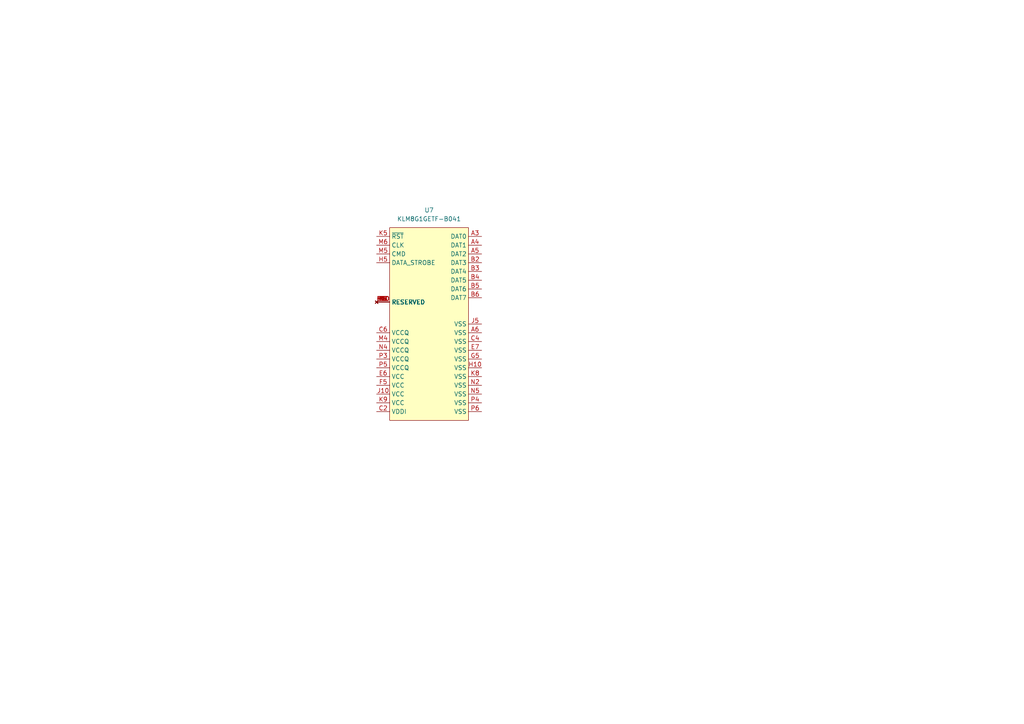
<source format=kicad_sch>
(kicad_sch (version 20250114) (generator "eeschema") (generator_version "9.0")
  (paper "A4")
  (lib_symbols
    (symbol "Memory_EMMC:KLM8G1GETF-B041-Samsung"
      (property "Reference" "U" (at 0 32.512 0))
      (property "Value" "KLM8G1GETF-B041" (at 0 29.972 0))
      (symbol "KLM8G1GETF-B041-Samsung_1_1"
        (rectangle (start -11.43 27.94) (end 11.43 -27.94) (fill (type background)))
        (pin input line (at -15.24 25.4 0) (length 3.81) (name "~{RST}") (number "K5"))
        (pin input line (at -15.24 22.86 0) (length 3.81) (name "CLK") (number "M6"))
        (pin input line (at -15.24 20.32 0) (length 3.81) (name "CMD") (number "M5"))
        (pin input line (at -15.24 17.78 0) (length 3.81) (name "DATA_STROBE") (number "H5"))
        (pin no_connect line (at -15.24 6.35 0) (length 3.81) (name "RESERVED") (number "A7"))
        (pin no_connect line (at -15.24 6.35 0) (length 3.81) (name "RESERVED") (number "E10"))
        (pin no_connect line (at -15.24 6.35 0) (length 3.81) (name "RESERVED") (number "E5"))
        (pin no_connect line (at -15.24 6.35 0) (length 3.81) (name "RESERVED") (number "E8"))
        (pin no_connect line (at -15.24 6.35 0) (length 3.81) (name "RESERVED") (number "E9"))
        (pin no_connect line (at -15.24 6.35 0) (length 3.81) (name "RESERVED") (number "F10"))
        (pin no_connect line (at -15.24 6.35 0) (length 3.81) (name "RESERVED") (number "G10"))
        (pin no_connect line (at -15.24 6.35 0) (length 3.81) (name "RESERVED") (number "G3"))
        (pin no_connect line (at -15.24 6.35 0) (length 3.81) (name "RESERVED") (number "K10"))
        (pin no_connect line (at -15.24 6.35 0) (length 3.81) (name "RESERVED") (number "K6"))
        (pin no_connect line (at -15.24 6.35 0) (length 3.81) (name "RESERVED") (number "K7"))
        (pin no_connect line (at -15.24 6.35 0) (length 3.81) (name "RESERVED") (number "P10"))
        (pin no_connect line (at -15.24 6.35 0) (length 3.81) (name "RESERVED") (number "P7"))
        (pin no_connect line (at -15.24 3.81 0) (length 3.81) (hide yes) (name "NC") (number "A1"))
        (pin no_connect line (at -15.24 3.81 0) (length 3.81) (hide yes) (name "NC") (number "A10"))
        (pin no_connect line (at -15.24 3.81 0) (length 3.81) (hide yes) (name "NC") (number "A11"))
        (pin no_connect line (at -15.24 3.81 0) (length 3.81) (hide yes) (name "NC") (number "A12"))
        (pin no_connect line (at -15.24 3.81 0) (length 3.81) (hide yes) (name "NC") (number "A13"))
        (pin no_connect line (at -15.24 3.81 0) (length 3.81) (hide yes) (name "NC") (number "A14"))
        (pin no_connect line (at -15.24 3.81 0) (length 3.81) (hide yes) (name "NC") (number "A2"))
        (pin no_connect line (at -15.24 3.81 0) (length 3.81) (hide yes) (name "NC") (number "A8"))
        (pin no_connect line (at -15.24 3.81 0) (length 3.81) (hide yes) (name "NC") (number "A9"))
        (pin no_connect line (at -15.24 3.81 0) (length 3.81) (hide yes) (name "NC") (number "B1"))
        (pin no_connect line (at -15.24 3.81 0) (length 3.81) (hide yes) (name "NC") (number "B10"))
        (pin no_connect line (at -15.24 3.81 0) (length 3.81) (hide yes) (name "NC") (number "B11"))
        (pin no_connect line (at -15.24 3.81 0) (length 3.81) (hide yes) (name "NC") (number "B12"))
        (pin no_connect line (at -15.24 3.81 0) (length 3.81) (hide yes) (name "NC") (number "B13"))
        (pin no_connect line (at -15.24 3.81 0) (length 3.81) (hide yes) (name "NC") (number "B14"))
        (pin no_connect line (at -15.24 3.81 0) (length 3.81) (hide yes) (name "NC") (number "B7"))
        (pin no_connect line (at -15.24 3.81 0) (length 3.81) (hide yes) (name "NC") (number "B8"))
        (pin no_connect line (at -15.24 3.81 0) (length 3.81) (hide yes) (name "NC") (number "B9"))
        (pin no_connect line (at -15.24 3.81 0) (length 3.81) (hide yes) (name "NC") (number "C1"))
        (pin no_connect line (at -15.24 3.81 0) (length 3.81) (hide yes) (name "NC") (number "C10"))
        (pin no_connect line (at -15.24 3.81 0) (length 3.81) (hide yes) (name "NC") (number "C11"))
        (pin no_connect line (at -15.24 3.81 0) (length 3.81) (hide yes) (name "NC") (number "C12"))
        (pin no_connect line (at -15.24 3.81 0) (length 3.81) (hide yes) (name "NC") (number "C13"))
        (pin no_connect line (at -15.24 3.81 0) (length 3.81) (hide yes) (name "NC") (number "C14"))
        (pin no_connect line (at -15.24 3.81 0) (length 3.81) (hide yes) (name "NC") (number "C3"))
        (pin no_connect line (at -15.24 3.81 0) (length 3.81) (hide yes) (name "NC") (number "C5"))
        (pin no_connect line (at -15.24 3.81 0) (length 3.81) (hide yes) (name "NC") (number "C7"))
        (pin no_connect line (at -15.24 3.81 0) (length 3.81) (hide yes) (name "NC") (number "C8"))
        (pin no_connect line (at -15.24 3.81 0) (length 3.81) (hide yes) (name "NC") (number "C9"))
        (pin no_connect line (at -15.24 3.81 0) (length 3.81) (hide yes) (name "NC") (number "D1"))
        (pin no_connect line (at -15.24 3.81 0) (length 3.81) (hide yes) (name "NC") (number "D12"))
        (pin no_connect line (at -15.24 3.81 0) (length 3.81) (hide yes) (name "NC") (number "D13"))
        (pin no_connect line (at -15.24 3.81 0) (length 3.81) (hide yes) (name "NC") (number "D14"))
        (pin no_connect line (at -15.24 3.81 0) (length 3.81) (hide yes) (name "NC") (number "D2"))
        (pin no_connect line (at -15.24 3.81 0) (length 3.81) (hide yes) (name "NC") (number "D3"))
        (pin no_connect line (at -15.24 3.81 0) (length 3.81) (hide yes) (name "NC") (number "D4"))
        (pin no_connect line (at -15.24 3.81 0) (length 3.81) (hide yes) (name "NC") (number "E1"))
        (pin no_connect line (at -15.24 3.81 0) (length 3.81) (hide yes) (name "NC") (number "E12"))
        (pin no_connect line (at -15.24 3.81 0) (length 3.81) (hide yes) (name "NC") (number "E13"))
        (pin no_connect line (at -15.24 3.81 0) (length 3.81) (hide yes) (name "NC") (number "E14"))
        (pin no_connect line (at -15.24 3.81 0) (length 3.81) (hide yes) (name "NC") (number "E2"))
        (pin no_connect line (at -15.24 3.81 0) (length 3.81) (hide yes) (name "NC") (number "E3"))
        (pin no_connect line (at -15.24 3.81 0) (length 3.81) (hide yes) (name "NC") (number "F1"))
        (pin no_connect line (at -15.24 3.81 0) (length 3.81) (hide yes) (name "NC") (number "F12"))
        (pin no_connect line (at -15.24 3.81 0) (length 3.81) (hide yes) (name "NC") (number "F13"))
        (pin no_connect line (at -15.24 3.81 0) (length 3.81) (hide yes) (name "NC") (number "F14"))
        (pin no_connect line (at -15.24 3.81 0) (length 3.81) (hide yes) (name "NC") (number "F2"))
        (pin no_connect line (at -15.24 3.81 0) (length 3.81) (hide yes) (name "NC") (number "F3"))
        (pin no_connect line (at -15.24 3.81 0) (length 3.81) (hide yes) (name "NC") (number "G1"))
        (pin no_connect line (at -15.24 3.81 0) (length 3.81) (hide yes) (name "NC") (number "G12"))
        (pin no_connect line (at -15.24 3.81 0) (length 3.81) (hide yes) (name "NC") (number "G13"))
        (pin no_connect line (at -15.24 3.81 0) (length 3.81) (hide yes) (name "NC") (number "G14"))
        (pin no_connect line (at -15.24 3.81 0) (length 3.81) (hide yes) (name "NC") (number "G2"))
        (pin no_connect line (at -15.24 3.81 0) (length 3.81) (hide yes) (name "NC") (number "H1"))
        (pin no_connect line (at -15.24 3.81 0) (length 3.81) (hide yes) (name "NC") (number "H12"))
        (pin no_connect line (at -15.24 3.81 0) (length 3.81) (hide yes) (name "NC") (number "H13"))
        (pin no_connect line (at -15.24 3.81 0) (length 3.81) (hide yes) (name "NC") (number "H14"))
        (pin no_connect line (at -15.24 3.81 0) (length 3.81) (hide yes) (name "NC") (number "H2"))
        (pin no_connect line (at -15.24 3.81 0) (length 3.81) (hide yes) (name "NC") (number "H3"))
        (pin no_connect line (at -15.24 3.81 0) (length 3.81) (hide yes) (name "NC") (number "J1"))
        (pin no_connect line (at -15.24 3.81 0) (length 3.81) (hide yes) (name "NC") (number "J12"))
        (pin no_connect line (at -15.24 3.81 0) (length 3.81) (hide yes) (name "NC") (number "J13"))
        (pin no_connect line (at -15.24 3.81 0) (length 3.81) (hide yes) (name "NC") (number "J14"))
        (pin no_connect line (at -15.24 3.81 0) (length 3.81) (hide yes) (name "NC") (number "J2"))
        (pin no_connect line (at -15.24 3.81 0) (length 3.81) (hide yes) (name "NC") (number "J3"))
        (pin no_connect line (at -15.24 3.81 0) (length 3.81) (hide yes) (name "NC") (number "K1"))
        (pin no_connect line (at -15.24 3.81 0) (length 3.81) (hide yes) (name "NC") (number "K12"))
        (pin no_connect line (at -15.24 3.81 0) (length 3.81) (hide yes) (name "NC") (number "K13"))
        (pin no_connect line (at -15.24 3.81 0) (length 3.81) (hide yes) (name "NC") (number "K14"))
        (pin no_connect line (at -15.24 3.81 0) (length 3.81) (hide yes) (name "NC") (number "K2"))
        (pin no_connect line (at -15.24 3.81 0) (length 3.81) (hide yes) (name "NC") (number "K3"))
        (pin no_connect line (at -15.24 3.81 0) (length 3.81) (hide yes) (name "NC") (number "L1"))
        (pin no_connect line (at -15.24 3.81 0) (length 3.81) (hide yes) (name "NC") (number "L12"))
        (pin no_connect line (at -15.24 3.81 0) (length 3.81) (hide yes) (name "NC") (number "L13"))
        (pin no_connect line (at -15.24 3.81 0) (length 3.81) (hide yes) (name "NC") (number "L14"))
        (pin no_connect line (at -15.24 3.81 0) (length 3.81) (hide yes) (name "NC") (number "L2"))
        (pin no_connect line (at -15.24 3.81 0) (length 3.81) (hide yes) (name "NC") (number "L3"))
        (pin no_connect line (at -15.24 3.81 0) (length 3.81) (hide yes) (name "NC") (number "M1"))
        (pin no_connect line (at -15.24 3.81 0) (length 3.81) (hide yes) (name "NC") (number "M10"))
        (pin no_connect line (at -15.24 3.81 0) (length 3.81) (hide yes) (name "NC") (number "M11"))
        (pin no_connect line (at -15.24 3.81 0) (length 3.81) (hide yes) (name "NC") (number "M12"))
        (pin no_connect line (at -15.24 3.81 0) (length 3.81) (hide yes) (name "NC") (number "M13"))
        (pin no_connect line (at -15.24 3.81 0) (length 3.81) (hide yes) (name "NC") (number "M14"))
        (pin no_connect line (at -15.24 3.81 0) (length 3.81) (hide yes) (name "NC") (number "M2"))
        (pin no_connect line (at -15.24 3.81 0) (length 3.81) (hide yes) (name "NC") (number "M3"))
        (pin no_connect line (at -15.24 3.81 0) (length 3.81) (hide yes) (name "NC") (number "M7"))
        (pin no_connect line (at -15.24 3.81 0) (length 3.81) (hide yes) (name "NC") (number "M8"))
        (pin no_connect line (at -15.24 3.81 0) (length 3.81) (hide yes) (name "NC") (number "M9"))
        (pin no_connect line (at -15.24 3.81 0) (length 3.81) (hide yes) (name "NC") (number "N1"))
        (pin no_connect line (at -15.24 3.81 0) (length 3.81) (hide yes) (name "NC") (number "N10"))
        (pin no_connect line (at -15.24 3.81 0) (length 3.81) (hide yes) (name "NC") (number "N11"))
        (pin no_connect line (at -15.24 3.81 0) (length 3.81) (hide yes) (name "NC") (number "N12"))
        (pin no_connect line (at -15.24 3.81 0) (length 3.81) (hide yes) (name "NC") (number "N13"))
        (pin no_connect line (at -15.24 3.81 0) (length 3.81) (hide yes) (name "NC") (number "N14"))
        (pin no_connect line (at -15.24 3.81 0) (length 3.81) (hide yes) (name "NC") (number "N3"))
        (pin no_connect line (at -15.24 3.81 0) (length 3.81) (hide yes) (name "NC") (number "N6"))
        (pin no_connect line (at -15.24 3.81 0) (length 3.81) (hide yes) (name "NC") (number "N7"))
        (pin no_connect line (at -15.24 3.81 0) (length 3.81) (hide yes) (name "NC") (number "N8"))
        (pin no_connect line (at -15.24 3.81 0) (length 3.81) (hide yes) (name "NC") (number "N9"))
        (pin no_connect line (at -15.24 3.81 0) (length 3.81) (hide yes) (name "NC") (number "P1"))
        (pin no_connect line (at -15.24 3.81 0) (length 3.81) (hide yes) (name "NC") (number "P11"))
        (pin no_connect line (at -15.24 3.81 0) (length 3.81) (hide yes) (name "NC") (number "P12"))
        (pin no_connect line (at -15.24 3.81 0) (length 3.81) (hide yes) (name "NC") (number "P13"))
        (pin no_connect line (at -15.24 3.81 0) (length 3.81) (hide yes) (name "NC") (number "P14"))
        (pin no_connect line (at -15.24 3.81 0) (length 3.81) (hide yes) (name "NC") (number "P2"))
        (pin no_connect line (at -15.24 3.81 0) (length 3.81) (hide yes) (name "NC") (number "P8"))
        (pin no_connect line (at -15.24 3.81 0) (length 3.81) (hide yes) (name "NC") (number "P9"))
        (pin power_in line (at -15.24 -2.54 0) (length 3.81) (name "VCCQ") (number "C6"))
        (pin power_in line (at -15.24 -5.08 0) (length 3.81) (name "VCCQ") (number "M4"))
        (pin power_in line (at -15.24 -7.62 0) (length 3.81) (name "VCCQ") (number "N4"))
        (pin power_in line (at -15.24 -10.16 0) (length 3.81) (name "VCCQ") (number "P3"))
        (pin power_in line (at -15.24 -12.7 0) (length 3.81) (name "VCCQ") (number "P5"))
        (pin power_in line (at -15.24 -15.24 0) (length 3.81) (name "VCC") (number "E6"))
        (pin power_in line (at -15.24 -17.78 0) (length 3.81) (name "VCC") (number "F5"))
        (pin power_in line (at -15.24 -20.32 0) (length 3.81) (name "VCC") (number "J10"))
        (pin power_in line (at -15.24 -22.86 0) (length 3.81) (name "VCC") (number "K9"))
        (pin power_in line (at -15.24 -25.4 0) (length 3.81) (name "VDDI") (number "C2"))
        (pin bidirectional line (at 15.24 25.4 180) (length 3.81) (name "DAT0") (number "A3"))
        (pin bidirectional line (at 15.24 22.86 180) (length 3.81) (name "DAT1") (number "A4"))
        (pin bidirectional line (at 15.24 20.32 180) (length 3.81) (name "DAT2") (number "A5"))
        (pin bidirectional line (at 15.24 17.78 180) (length 3.81) (name "DAT3") (number "B2"))
        (pin bidirectional line (at 15.24 15.24 180) (length 3.81) (name "DAT4") (number "B3"))
        (pin bidirectional line (at 15.24 12.7 180) (length 3.81) (name "DAT5") (number "B4"))
        (pin bidirectional line (at 15.24 10.16 180) (length 3.81) (name "DAT6") (number "B5"))
        (pin bidirectional line (at 15.24 7.62 180) (length 3.81) (name "DAT7") (number "B6"))
        (pin power_in line (at 15.24 0 180) (length 3.81) (name "VSS") (number "J5"))
        (pin power_in line (at 15.24 -2.54 180) (length 3.81) (name "VSS") (number "A6"))
        (pin power_in line (at 15.24 -5.08 180) (length 3.81) (name "VSS") (number "C4"))
        (pin power_in line (at 15.24 -7.62 180) (length 3.81) (name "VSS") (number "E7"))
        (pin power_in line (at 15.24 -10.16 180) (length 3.81) (name "VSS") (number "G5"))
        (pin power_in line (at 15.24 -12.7 180) (length 3.81) (name "VSS") (number "H10"))
        (pin power_in line (at 15.24 -15.24 180) (length 3.81) (name "VSS") (number "K8"))
        (pin power_in line (at 15.24 -17.78 180) (length 3.81) (name "VSS") (number "N2"))
        (pin power_in line (at 15.24 -20.32 180) (length 3.81) (name "VSS") (number "N5"))
        (pin power_in line (at 15.24 -22.86 180) (length 3.81) (name "VSS") (number "P4"))
        (pin power_in line (at 15.24 -25.4 180) (length 3.81) (name "VSS") (number "P6"))
      )
    )
  )
  (symbol (lib_id "Memory_EMMC:KLM8G1GETF-B041-Samsung") (at 124.46 93.98 0) (unit 1)
    (property "Reference" "U7" (at 124.46 60.96 0))
    (property "Value" "KLM8G1GETF-B041" (at 124.46 63.5 0))
  )
)
</source>
